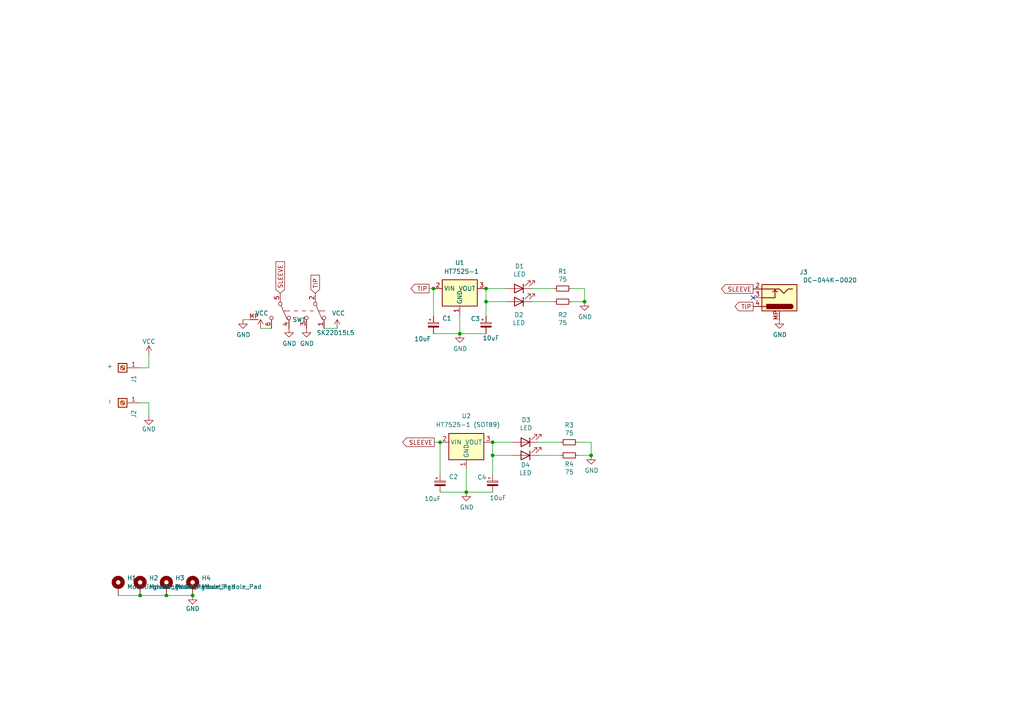
<source format=kicad_sch>
(kicad_sch (version 20230121) (generator eeschema)

  (uuid 80930e43-24a4-4ea1-9738-29ffba51c991)

  (paper "A4")

  (lib_symbols
    (symbol "Connector:Screw_Terminal_01x01" (pin_names (offset 1.016) hide) (in_bom yes) (on_board yes)
      (property "Reference" "J" (at 0 2.54 0)
        (effects (font (size 1.27 1.27)))
      )
      (property "Value" "Screw_Terminal_01x01" (at 0 -2.54 0)
        (effects (font (size 1.27 1.27)))
      )
      (property "Footprint" "" (at 0 0 0)
        (effects (font (size 1.27 1.27)) hide)
      )
      (property "Datasheet" "~" (at 0 0 0)
        (effects (font (size 1.27 1.27)) hide)
      )
      (property "ki_keywords" "screw terminal" (at 0 0 0)
        (effects (font (size 1.27 1.27)) hide)
      )
      (property "ki_description" "Generic screw terminal, single row, 01x01, script generated (kicad-library-utils/schlib/autogen/connector/)" (at 0 0 0)
        (effects (font (size 1.27 1.27)) hide)
      )
      (property "ki_fp_filters" "TerminalBlock*:*" (at 0 0 0)
        (effects (font (size 1.27 1.27)) hide)
      )
      (symbol "Screw_Terminal_01x01_1_1"
        (rectangle (start -1.27 1.27) (end 1.27 -1.27)
          (stroke (width 0.254) (type default))
          (fill (type background))
        )
        (polyline
          (pts
            (xy -0.5334 0.3302)
            (xy 0.3302 -0.508)
          )
          (stroke (width 0.1524) (type default))
          (fill (type none))
        )
        (polyline
          (pts
            (xy -0.3556 0.508)
            (xy 0.508 -0.3302)
          )
          (stroke (width 0.1524) (type default))
          (fill (type none))
        )
        (circle (center 0 0) (radius 0.635)
          (stroke (width 0.1524) (type default))
          (fill (type none))
        )
        (pin passive line (at -5.08 0 0) (length 3.81)
          (name "Pin_1" (effects (font (size 1.27 1.27))))
          (number "1" (effects (font (size 1.27 1.27))))
        )
      )
    )
    (symbol "Device:C_Polarized_Small" (pin_numbers hide) (pin_names (offset 0.254) hide) (in_bom yes) (on_board yes)
      (property "Reference" "C" (at 0.254 1.778 0)
        (effects (font (size 1.27 1.27)) (justify left))
      )
      (property "Value" "C_Polarized_Small" (at 0.254 -2.032 0)
        (effects (font (size 1.27 1.27)) (justify left))
      )
      (property "Footprint" "" (at 0 0 0)
        (effects (font (size 1.27 1.27)) hide)
      )
      (property "Datasheet" "~" (at 0 0 0)
        (effects (font (size 1.27 1.27)) hide)
      )
      (property "ki_keywords" "cap capacitor" (at 0 0 0)
        (effects (font (size 1.27 1.27)) hide)
      )
      (property "ki_description" "Polarized capacitor, small symbol" (at 0 0 0)
        (effects (font (size 1.27 1.27)) hide)
      )
      (property "ki_fp_filters" "CP_*" (at 0 0 0)
        (effects (font (size 1.27 1.27)) hide)
      )
      (symbol "C_Polarized_Small_0_1"
        (rectangle (start -1.524 -0.3048) (end 1.524 -0.6858)
          (stroke (width 0) (type default))
          (fill (type outline))
        )
        (rectangle (start -1.524 0.6858) (end 1.524 0.3048)
          (stroke (width 0) (type default))
          (fill (type none))
        )
        (polyline
          (pts
            (xy -1.27 1.524)
            (xy -0.762 1.524)
          )
          (stroke (width 0) (type default))
          (fill (type none))
        )
        (polyline
          (pts
            (xy -1.016 1.27)
            (xy -1.016 1.778)
          )
          (stroke (width 0) (type default))
          (fill (type none))
        )
      )
      (symbol "C_Polarized_Small_1_1"
        (pin passive line (at 0 2.54 270) (length 1.8542)
          (name "~" (effects (font (size 1.27 1.27))))
          (number "1" (effects (font (size 1.27 1.27))))
        )
        (pin passive line (at 0 -2.54 90) (length 1.8542)
          (name "~" (effects (font (size 1.27 1.27))))
          (number "2" (effects (font (size 1.27 1.27))))
        )
      )
    )
    (symbol "Device:LED" (pin_numbers hide) (pin_names (offset 1.016) hide) (in_bom yes) (on_board yes)
      (property "Reference" "D" (at 0 2.54 0)
        (effects (font (size 1.27 1.27)))
      )
      (property "Value" "LED" (at 0 -2.54 0)
        (effects (font (size 1.27 1.27)))
      )
      (property "Footprint" "" (at 0 0 0)
        (effects (font (size 1.27 1.27)) hide)
      )
      (property "Datasheet" "~" (at 0 0 0)
        (effects (font (size 1.27 1.27)) hide)
      )
      (property "ki_keywords" "LED diode" (at 0 0 0)
        (effects (font (size 1.27 1.27)) hide)
      )
      (property "ki_description" "Light emitting diode" (at 0 0 0)
        (effects (font (size 1.27 1.27)) hide)
      )
      (property "ki_fp_filters" "LED* LED_SMD:* LED_THT:*" (at 0 0 0)
        (effects (font (size 1.27 1.27)) hide)
      )
      (symbol "LED_0_1"
        (polyline
          (pts
            (xy -1.27 -1.27)
            (xy -1.27 1.27)
          )
          (stroke (width 0.254) (type default))
          (fill (type none))
        )
        (polyline
          (pts
            (xy -1.27 0)
            (xy 1.27 0)
          )
          (stroke (width 0) (type default))
          (fill (type none))
        )
        (polyline
          (pts
            (xy 1.27 -1.27)
            (xy 1.27 1.27)
            (xy -1.27 0)
            (xy 1.27 -1.27)
          )
          (stroke (width 0.254) (type default))
          (fill (type none))
        )
        (polyline
          (pts
            (xy -3.048 -0.762)
            (xy -4.572 -2.286)
            (xy -3.81 -2.286)
            (xy -4.572 -2.286)
            (xy -4.572 -1.524)
          )
          (stroke (width 0) (type default))
          (fill (type none))
        )
        (polyline
          (pts
            (xy -1.778 -0.762)
            (xy -3.302 -2.286)
            (xy -2.54 -2.286)
            (xy -3.302 -2.286)
            (xy -3.302 -1.524)
          )
          (stroke (width 0) (type default))
          (fill (type none))
        )
      )
      (symbol "LED_1_1"
        (pin passive line (at -3.81 0 0) (length 2.54)
          (name "K" (effects (font (size 1.27 1.27))))
          (number "1" (effects (font (size 1.27 1.27))))
        )
        (pin passive line (at 3.81 0 180) (length 2.54)
          (name "A" (effects (font (size 1.27 1.27))))
          (number "2" (effects (font (size 1.27 1.27))))
        )
      )
    )
    (symbol "Device:R_Small" (pin_numbers hide) (pin_names (offset 0.254) hide) (in_bom yes) (on_board yes)
      (property "Reference" "R" (at 0.762 0.508 0)
        (effects (font (size 1.27 1.27)) (justify left))
      )
      (property "Value" "R_Small" (at 0.762 -1.016 0)
        (effects (font (size 1.27 1.27)) (justify left))
      )
      (property "Footprint" "" (at 0 0 0)
        (effects (font (size 1.27 1.27)) hide)
      )
      (property "Datasheet" "~" (at 0 0 0)
        (effects (font (size 1.27 1.27)) hide)
      )
      (property "ki_keywords" "R resistor" (at 0 0 0)
        (effects (font (size 1.27 1.27)) hide)
      )
      (property "ki_description" "Resistor, small symbol" (at 0 0 0)
        (effects (font (size 1.27 1.27)) hide)
      )
      (property "ki_fp_filters" "R_*" (at 0 0 0)
        (effects (font (size 1.27 1.27)) hide)
      )
      (symbol "R_Small_0_1"
        (rectangle (start -0.762 1.778) (end 0.762 -1.778)
          (stroke (width 0.2032) (type default))
          (fill (type none))
        )
      )
      (symbol "R_Small_1_1"
        (pin passive line (at 0 2.54 270) (length 0.762)
          (name "~" (effects (font (size 1.27 1.27))))
          (number "1" (effects (font (size 1.27 1.27))))
        )
        (pin passive line (at 0 -2.54 90) (length 0.762)
          (name "~" (effects (font (size 1.27 1.27))))
          (number "2" (effects (font (size 1.27 1.27))))
        )
      )
    )
    (symbol "Mechanical:MountingHole_Pad" (pin_numbers hide) (pin_names (offset 1.016) hide) (in_bom yes) (on_board yes)
      (property "Reference" "H" (at 0 6.35 0)
        (effects (font (size 1.27 1.27)))
      )
      (property "Value" "MountingHole_Pad" (at 0 4.445 0)
        (effects (font (size 1.27 1.27)))
      )
      (property "Footprint" "" (at 0 0 0)
        (effects (font (size 1.27 1.27)) hide)
      )
      (property "Datasheet" "~" (at 0 0 0)
        (effects (font (size 1.27 1.27)) hide)
      )
      (property "ki_keywords" "mounting hole" (at 0 0 0)
        (effects (font (size 1.27 1.27)) hide)
      )
      (property "ki_description" "Mounting Hole with connection" (at 0 0 0)
        (effects (font (size 1.27 1.27)) hide)
      )
      (property "ki_fp_filters" "MountingHole*Pad*" (at 0 0 0)
        (effects (font (size 1.27 1.27)) hide)
      )
      (symbol "MountingHole_Pad_0_1"
        (circle (center 0 1.27) (radius 1.27)
          (stroke (width 1.27) (type default))
          (fill (type none))
        )
      )
      (symbol "MountingHole_Pad_1_1"
        (pin input line (at 0 -2.54 90) (length 2.54)
          (name "1" (effects (font (size 1.27 1.27))))
          (number "1" (effects (font (size 1.27 1.27))))
        )
      )
    )
    (symbol "Regulator_Linear:HT75xx-1-SOT89" (in_bom yes) (on_board yes)
      (property "Reference" "U" (at -5.08 -3.81 0)
        (effects (font (size 1.27 1.27)) (justify left))
      )
      (property "Value" "HT75xx-1-SOT89" (at 0 6.35 0)
        (effects (font (size 1.27 1.27)))
      )
      (property "Footprint" "Package_TO_SOT_SMD:SOT-89-3" (at 0 8.255 0)
        (effects (font (size 1.27 1.27) italic) hide)
      )
      (property "Datasheet" "https://www.holtek.com/documents/10179/116711/HT75xx-1v250.pdf" (at 0 2.54 0)
        (effects (font (size 1.27 1.27)) hide)
      )
      (property "ki_keywords" "100mA LDO Regulator Fixed Positive" (at 0 0 0)
        (effects (font (size 1.27 1.27)) hide)
      )
      (property "ki_description" "100mA Low Dropout Voltage Regulator, Fixed Output, SOT89" (at 0 0 0)
        (effects (font (size 1.27 1.27)) hide)
      )
      (property "ki_fp_filters" "SOT?89*" (at 0 0 0)
        (effects (font (size 1.27 1.27)) hide)
      )
      (symbol "HT75xx-1-SOT89_0_1"
        (rectangle (start -5.08 5.08) (end 5.08 -2.54)
          (stroke (width 0.254) (type default))
          (fill (type background))
        )
      )
      (symbol "HT75xx-1-SOT89_1_1"
        (pin power_in line (at 0 -5.08 90) (length 2.54)
          (name "GND" (effects (font (size 1.27 1.27))))
          (number "1" (effects (font (size 1.27 1.27))))
        )
        (pin power_in line (at -7.62 2.54 0) (length 2.54)
          (name "VIN" (effects (font (size 1.27 1.27))))
          (number "2" (effects (font (size 1.27 1.27))))
        )
        (pin power_out line (at 7.62 2.54 180) (length 2.54)
          (name "VOUT" (effects (font (size 1.27 1.27))))
          (number "3" (effects (font (size 1.27 1.27))))
        )
      )
    )
    (symbol "benchpsu_barreljack_adapter:BarrelJack234_MP" (in_bom yes) (on_board yes)
      (property "Reference" "J3" (at 5.842 1.0668 0)
        (effects (font (size 1.27 1.27)) (justify right))
      )
      (property "Value" "BarrelJack234_MP" (at 5.842 -1.2446 0)
        (effects (font (size 1.27 1.27)) (justify right))
      )
      (property "Footprint" "benchpsu_barreljack_adapter:DC-044K-D020" (at 0 0 0)
        (effects (font (size 1.27 1.27)) hide)
      )
      (property "Datasheet" "~" (at 0 0 0)
        (effects (font (size 1.27 1.27)) hide)
      )
      (symbol "BarrelJack234_MP_0_1"
        (rectangle (start -5.08 10.16) (end 5.08 2.54)
          (stroke (width 0.254) (type default))
          (fill (type background))
        )
        (arc (start -3.302 9.525) (mid -3.9343 8.89) (end -3.302 8.255)
          (stroke (width 0.254) (type default))
          (fill (type none))
        )
        (arc (start -3.302 9.525) (mid -3.9343 8.89) (end -3.302 8.255)
          (stroke (width 0.254) (type default))
          (fill (type outline))
        )
        (polyline
          (pts
            (xy 1.27 4.064)
            (xy 1.905 4.699)
          )
          (stroke (width 0.254) (type default))
          (fill (type none))
        )
        (polyline
          (pts
            (xy 5.08 8.89)
            (xy 3.81 8.89)
          )
          (stroke (width 0.254) (type default))
          (fill (type none))
        )
        (polyline
          (pts
            (xy 5.08 6.35)
            (xy 1.27 6.35)
            (xy 1.27 4.064)
            (xy 0.635 4.699)
          )
          (stroke (width 0.254) (type default))
          (fill (type none))
        )
        (polyline
          (pts
            (xy -3.81 3.81)
            (xy -2.54 3.81)
            (xy -1.27 5.08)
            (xy 0 3.81)
            (xy 2.54 3.81)
            (xy 5.08 3.81)
          )
          (stroke (width 0.254) (type default))
          (fill (type none))
        )
        (rectangle (start 3.683 9.525) (end -3.302 8.255)
          (stroke (width 0.254) (type default))
          (fill (type outline))
        )
      )
      (symbol "BarrelJack234_MP_1_1"
        (pin passive line (at 7.62 3.81 180) (length 2.54)
          (name "~" (effects (font (size 1.27 1.27))))
          (number "2" (effects (font (size 1.27 1.27))))
        )
        (pin passive line (at 7.62 6.35 180) (length 2.54)
          (name "~" (effects (font (size 1.27 1.27))))
          (number "3" (effects (font (size 1.27 1.27))))
        )
        (pin passive line (at 7.62 8.89 180) (length 2.54)
          (name "~" (effects (font (size 1.27 1.27))))
          (number "4" (effects (font (size 1.27 1.27))))
        )
        (pin passive line (at 0 12.7 270) (length 2.54)
          (name "~" (effects (font (size 1.27 1.27))))
          (number "MP" (effects (font (size 1.27 1.27))))
        )
      )
    )
    (symbol "benchpsu_barreljack_adapter:SW_Push_DPDT_MP" (pin_names (offset 0) hide) (in_bom yes) (on_board yes)
      (property "Reference" "SW1" (at -11.43 -12.7 90)
        (effects (font (size 1.27 1.27)) (justify right))
      )
      (property "Value" "SW_Push_DPDT_MP" (at 7.62 -13.97 90)
        (effects (font (size 1.27 1.27)) (justify right))
      )
      (property "Footprint" "benchpsu_barreljack_adapter:SK22D15L5" (at 1.27 13.97 0)
        (effects (font (size 1.27 1.27)) hide)
      )
      (property "Datasheet" "~" (at 0 5.08 0)
        (effects (font (size 1.27 1.27)) hide)
      )
      (property "ki_keywords" "switch dual-pole double-throw spdt ON-ON" (at 0 0 0)
        (effects (font (size 1.27 1.27)) hide)
      )
      (property "ki_description" "Momentary Switch, dual pole double throw" (at 0 0 0)
        (effects (font (size 1.27 1.27)) hide)
      )
      (symbol "SW_Push_DPDT_MP_0_0"
        (circle (center -2.032 -5.08) (radius 0.508)
          (stroke (width 0) (type default))
          (fill (type none))
        )
        (circle (center -2.032 5.08) (radius 0.508)
          (stroke (width 0) (type default))
          (fill (type none))
        )
        (circle (center 2.032 -7.62) (radius 0.508)
          (stroke (width 0) (type default))
          (fill (type none))
        )
        (circle (center 2.032 2.54) (radius 0.508)
          (stroke (width 0) (type default))
          (fill (type none))
        )
      )
      (symbol "SW_Push_DPDT_MP_0_1"
        (polyline
          (pts
            (xy -1.524 -4.826)
            (xy 2.54 -3.048)
          )
          (stroke (width 0) (type default))
          (fill (type none))
        )
        (polyline
          (pts
            (xy -1.524 5.334)
            (xy 2.54 7.112)
          )
          (stroke (width 0) (type default))
          (fill (type none))
        )
        (polyline
          (pts
            (xy 0 -2.286)
            (xy 0 -4.064)
          )
          (stroke (width 0) (type default))
          (fill (type none))
        )
        (polyline
          (pts
            (xy 0 -1.016)
            (xy 0 0)
          )
          (stroke (width 0) (type default))
          (fill (type none))
        )
        (polyline
          (pts
            (xy 0 1.27)
            (xy 0 2.286)
          )
          (stroke (width 0) (type default))
          (fill (type none))
        )
        (polyline
          (pts
            (xy 0 3.556)
            (xy 0 4.572)
          )
          (stroke (width 0) (type default))
          (fill (type none))
        )
        (polyline
          (pts
            (xy 0 7.874)
            (xy 0 6.096)
          )
          (stroke (width 0) (type default))
          (fill (type none))
        )
        (circle (center 2.032 -2.54) (radius 0.508)
          (stroke (width 0) (type default))
          (fill (type none))
        )
        (circle (center 2.032 7.62) (radius 0.508)
          (stroke (width 0) (type default))
          (fill (type none))
        )
      )
      (symbol "SW_Push_DPDT_MP_1_1"
        (pin passive line (at 5.08 7.62 180) (length 2.54)
          (name "A" (effects (font (size 1.27 1.27))))
          (number "1" (effects (font (size 1.27 1.27))))
        )
        (pin passive line (at -5.08 5.08 0) (length 2.54)
          (name "B" (effects (font (size 1.27 1.27))))
          (number "2" (effects (font (size 1.27 1.27))))
        )
        (pin passive line (at 5.08 2.54 180) (length 2.54)
          (name "C" (effects (font (size 1.27 1.27))))
          (number "3" (effects (font (size 1.27 1.27))))
        )
        (pin passive line (at 5.08 -2.54 180) (length 2.54)
          (name "A" (effects (font (size 1.27 1.27))))
          (number "4" (effects (font (size 1.27 1.27))))
        )
        (pin passive line (at -5.08 -5.08 0) (length 2.54)
          (name "B" (effects (font (size 1.27 1.27))))
          (number "5" (effects (font (size 1.27 1.27))))
        )
        (pin passive line (at 5.08 -7.62 180) (length 2.54)
          (name "C" (effects (font (size 1.27 1.27))))
          (number "6" (effects (font (size 1.27 1.27))))
        )
        (pin passive line (at 2.54 -13.97 90) (length 2.54)
          (name "MP" (effects (font (size 1.27 1.27))))
          (number "MP" (effects (font (size 1.27 1.27))))
        )
      )
    )
    (symbol "power:GND" (power) (pin_names (offset 0)) (in_bom yes) (on_board yes)
      (property "Reference" "#PWR" (at 0 -6.35 0)
        (effects (font (size 1.27 1.27)) hide)
      )
      (property "Value" "GND" (at 0 -3.81 0)
        (effects (font (size 1.27 1.27)))
      )
      (property "Footprint" "" (at 0 0 0)
        (effects (font (size 1.27 1.27)) hide)
      )
      (property "Datasheet" "" (at 0 0 0)
        (effects (font (size 1.27 1.27)) hide)
      )
      (property "ki_keywords" "power-flag" (at 0 0 0)
        (effects (font (size 1.27 1.27)) hide)
      )
      (property "ki_description" "Power symbol creates a global label with name \"GND\" , ground" (at 0 0 0)
        (effects (font (size 1.27 1.27)) hide)
      )
      (symbol "GND_0_1"
        (polyline
          (pts
            (xy 0 0)
            (xy 0 -1.27)
            (xy 1.27 -1.27)
            (xy 0 -2.54)
            (xy -1.27 -1.27)
            (xy 0 -1.27)
          )
          (stroke (width 0) (type default))
          (fill (type none))
        )
      )
      (symbol "GND_1_1"
        (pin power_in line (at 0 0 270) (length 0) hide
          (name "GND" (effects (font (size 1.27 1.27))))
          (number "1" (effects (font (size 1.27 1.27))))
        )
      )
    )
    (symbol "power:VCC" (power) (pin_names (offset 0)) (in_bom yes) (on_board yes)
      (property "Reference" "#PWR" (at 0 -3.81 0)
        (effects (font (size 1.27 1.27)) hide)
      )
      (property "Value" "VCC" (at 0 3.81 0)
        (effects (font (size 1.27 1.27)))
      )
      (property "Footprint" "" (at 0 0 0)
        (effects (font (size 1.27 1.27)) hide)
      )
      (property "Datasheet" "" (at 0 0 0)
        (effects (font (size 1.27 1.27)) hide)
      )
      (property "ki_keywords" "power-flag" (at 0 0 0)
        (effects (font (size 1.27 1.27)) hide)
      )
      (property "ki_description" "Power symbol creates a global label with name \"VCC\"" (at 0 0 0)
        (effects (font (size 1.27 1.27)) hide)
      )
      (symbol "VCC_0_1"
        (polyline
          (pts
            (xy -0.762 1.27)
            (xy 0 2.54)
          )
          (stroke (width 0) (type default))
          (fill (type none))
        )
        (polyline
          (pts
            (xy 0 0)
            (xy 0 2.54)
          )
          (stroke (width 0) (type default))
          (fill (type none))
        )
        (polyline
          (pts
            (xy 0 2.54)
            (xy 0.762 1.27)
          )
          (stroke (width 0) (type default))
          (fill (type none))
        )
      )
      (symbol "VCC_1_1"
        (pin power_in line (at 0 0 90) (length 0) hide
          (name "VCC" (effects (font (size 1.27 1.27))))
          (number "1" (effects (font (size 1.27 1.27))))
        )
      )
    )
  )

  (junction (at 142.875 128.27) (diameter 0) (color 0 0 0 0)
    (uuid 00a151a0-a9b1-4e11-bd1c-aa355d4fad19)
  )
  (junction (at 125.73 83.693) (diameter 0) (color 0 0 0 0)
    (uuid 22158489-8b58-42be-b172-9b7be868e200)
  )
  (junction (at 140.97 83.693) (diameter 0) (color 0 0 0 0)
    (uuid 27e91541-1b64-4717-ab80-32b555e06b43)
  )
  (junction (at 140.97 87.503) (diameter 0) (color 0 0 0 0)
    (uuid 40374df6-e7e3-4fc8-a538-ef2a4c7de9d7)
  )
  (junction (at 142.875 132.08) (diameter 0) (color 0 0 0 0)
    (uuid 5b96b22b-5d5d-4f03-ad84-d38245cd88d0)
  )
  (junction (at 171.45 132.08) (diameter 0) (color 0 0 0 0)
    (uuid 648970a8-2c3a-4e81-9bcb-ad36d73339bf)
  )
  (junction (at 55.88 172.72) (diameter 0) (color 0 0 0 0)
    (uuid 926433a5-ea7f-4f1b-9687-070774532133)
  )
  (junction (at 169.545 87.503) (diameter 0) (color 0 0 0 0)
    (uuid a22c6121-e566-424e-8fef-1cb7b114d07b)
  )
  (junction (at 48.26 172.72) (diameter 0) (color 0 0 0 0)
    (uuid c2e904b7-4762-4147-b773-ed758832c37a)
  )
  (junction (at 135.255 142.748) (diameter 0) (color 0 0 0 0)
    (uuid d5217060-f245-4697-96c5-53fffa3ee29d)
  )
  (junction (at 40.64 172.72) (diameter 0) (color 0 0 0 0)
    (uuid e7601bfb-f1de-49af-9096-adaecc78b35d)
  )
  (junction (at 133.35 96.774) (diameter 0) (color 0 0 0 0)
    (uuid f39a1351-9230-4bef-8d72-de61aeff203d)
  )
  (junction (at 127.635 128.27) (diameter 0) (color 0 0 0 0)
    (uuid f641325f-f2b3-4f4f-8f47-a5ebe5aa4002)
  )

  (no_connect (at 218.44 86.36) (uuid 492b10f5-4dd9-46b1-9b71-e84fe21024ee))

  (wire (pts (xy 156.21 132.08) (xy 162.56 132.08))
    (stroke (width 0) (type default))
    (uuid 004f68ed-5960-4bf7-985e-3b9d8f4bdcc1)
  )
  (wire (pts (xy 140.97 87.503) (xy 146.685 87.503))
    (stroke (width 0) (type default))
    (uuid 029608fc-494f-4a09-8d13-7705d27337d0)
  )
  (wire (pts (xy 43.18 102.87) (xy 43.18 106.68))
    (stroke (width 0) (type default))
    (uuid 0cea8fe1-2014-460e-8ebd-a3992231681f)
  )
  (wire (pts (xy 169.545 83.693) (xy 169.545 87.503))
    (stroke (width 0) (type default))
    (uuid 20b2dc67-66c4-4f88-8520-c7ee8a8ff9c8)
  )
  (wire (pts (xy 124.46 83.693) (xy 125.73 83.693))
    (stroke (width 0) (type default))
    (uuid 222b762a-d182-46d3-a280-43011030abd7)
  )
  (wire (pts (xy 142.875 128.27) (xy 148.59 128.27))
    (stroke (width 0) (type default))
    (uuid 29140780-b760-4cc2-98f6-5c1b6dee50fe)
  )
  (wire (pts (xy 167.64 128.27) (xy 171.45 128.27))
    (stroke (width 0) (type default))
    (uuid 3f364880-d8dd-4ad4-ae32-96c4a1b72f8d)
  )
  (wire (pts (xy 140.97 83.693) (xy 140.97 87.503))
    (stroke (width 0) (type default))
    (uuid 429b4a4c-70ad-4059-be1a-3e4d6dcc8bb5)
  )
  (wire (pts (xy 133.35 91.313) (xy 133.35 96.774))
    (stroke (width 0) (type default))
    (uuid 47c819f9-d6db-472c-b434-4aadadbcc2b6)
  )
  (wire (pts (xy 165.735 83.693) (xy 169.545 83.693))
    (stroke (width 0) (type default))
    (uuid 4ef4f088-295a-4c13-8fa3-944dcc6353ca)
  )
  (wire (pts (xy 48.26 172.72) (xy 55.88 172.72))
    (stroke (width 0) (type default))
    (uuid 54326d1d-1976-4994-9840-1220bbdc6269)
  )
  (wire (pts (xy 154.305 87.503) (xy 160.655 87.503))
    (stroke (width 0) (type default))
    (uuid 579bf337-0d01-45f5-970c-23c16b5d04d2)
  )
  (wire (pts (xy 34.29 172.72) (xy 40.64 172.72))
    (stroke (width 0) (type default))
    (uuid 5e7e34ed-cd10-446c-885d-bd3b74417365)
  )
  (wire (pts (xy 93.98 95.25) (xy 97.79 95.25))
    (stroke (width 0) (type default))
    (uuid 6510bf91-fd1d-4ac8-8805-a0128fd34cce)
  )
  (wire (pts (xy 167.64 132.08) (xy 171.45 132.08))
    (stroke (width 0) (type default))
    (uuid 7037a311-7bf0-413f-9147-3264979bac34)
  )
  (wire (pts (xy 125.984 128.27) (xy 127.635 128.27))
    (stroke (width 0) (type default))
    (uuid 79e0e621-48c3-40fe-857d-2071e13a3b79)
  )
  (wire (pts (xy 133.35 96.774) (xy 140.97 96.774))
    (stroke (width 0) (type default))
    (uuid 7d8a1099-c708-4fbf-b20c-0da610328b21)
  )
  (wire (pts (xy 40.64 172.72) (xy 48.26 172.72))
    (stroke (width 0) (type default))
    (uuid 7f69a4cf-b148-40e3-b150-347c2bb8a8e9)
  )
  (wire (pts (xy 43.18 116.84) (xy 43.18 120.65))
    (stroke (width 0) (type default))
    (uuid 8283c6ce-e6d2-4187-b1b6-af8fb74e868f)
  )
  (wire (pts (xy 135.255 142.748) (xy 142.875 142.748))
    (stroke (width 0) (type default))
    (uuid 879f7124-abde-4619-9c21-d158afc52d09)
  )
  (wire (pts (xy 127.635 142.748) (xy 135.255 142.748))
    (stroke (width 0) (type default))
    (uuid 886cdc90-b536-49cf-9b7b-b23177d8759e)
  )
  (wire (pts (xy 140.97 83.693) (xy 146.685 83.693))
    (stroke (width 0) (type default))
    (uuid 89fc4657-cb86-498b-b09c-756d4768e8c0)
  )
  (wire (pts (xy 140.97 87.503) (xy 140.97 91.694))
    (stroke (width 0) (type default))
    (uuid 8b8e981e-9ffd-401d-81f7-392eef7dbb7d)
  )
  (wire (pts (xy 142.875 132.08) (xy 142.875 137.668))
    (stroke (width 0) (type default))
    (uuid 8ba027cd-b6e3-4f30-ad13-e46579b1394e)
  )
  (wire (pts (xy 142.875 128.27) (xy 142.875 132.08))
    (stroke (width 0) (type default))
    (uuid 95fb95a6-80a4-4cb7-8e64-8560f063963d)
  )
  (wire (pts (xy 125.73 83.693) (xy 125.73 91.694))
    (stroke (width 0) (type default))
    (uuid 9d8eef72-36e2-437d-a825-bb184ae5dc1c)
  )
  (wire (pts (xy 171.45 128.27) (xy 171.45 132.08))
    (stroke (width 0) (type default))
    (uuid aff7fa48-9a2b-4a95-b535-115cb90e0f07)
  )
  (wire (pts (xy 70.485 92.71) (xy 72.39 92.71))
    (stroke (width 0) (type default))
    (uuid b7048d5e-b31a-4217-8cb8-53896b96d9ee)
  )
  (wire (pts (xy 40.64 106.68) (xy 43.18 106.68))
    (stroke (width 0) (type default))
    (uuid b8eb9f18-17ad-4cb8-a676-484aa24f86d5)
  )
  (wire (pts (xy 125.73 96.774) (xy 133.35 96.774))
    (stroke (width 0) (type default))
    (uuid c3b01fd4-4030-4f3a-b1c2-cedf1749eaee)
  )
  (wire (pts (xy 75.565 95.25) (xy 78.74 95.25))
    (stroke (width 0) (type default))
    (uuid c454789d-46a3-4abe-bc87-d3f8abacb302)
  )
  (wire (pts (xy 165.735 87.503) (xy 169.545 87.503))
    (stroke (width 0) (type default))
    (uuid cba08118-c18c-4afd-80e0-b7bd8dbea1a4)
  )
  (wire (pts (xy 135.255 135.89) (xy 135.255 142.748))
    (stroke (width 0) (type default))
    (uuid d2eb4b84-1b65-417c-a9b1-dbe625090244)
  )
  (wire (pts (xy 142.875 132.08) (xy 148.59 132.08))
    (stroke (width 0) (type default))
    (uuid d928775a-e96f-426c-a28e-8df9e14457ae)
  )
  (wire (pts (xy 127.635 128.27) (xy 127.635 137.668))
    (stroke (width 0) (type default))
    (uuid da77980d-3a60-469b-94f2-31d24d10ac1f)
  )
  (wire (pts (xy 40.64 116.84) (xy 43.18 116.84))
    (stroke (width 0) (type default))
    (uuid e1e78fd5-6b27-40a3-813b-545f6f8bf500)
  )
  (wire (pts (xy 156.21 128.27) (xy 162.56 128.27))
    (stroke (width 0) (type default))
    (uuid f12d2d7f-f1bf-4e8f-9ef8-383429922879)
  )
  (wire (pts (xy 154.305 83.693) (xy 160.655 83.693))
    (stroke (width 0) (type default))
    (uuid fd9776a4-1c62-442d-8080-15ec17570d3c)
  )

  (global_label "SLEEVE" (shape output) (at 218.44 83.82 180) (fields_autoplaced)
    (effects (font (size 1.27 1.27)) (justify right))
    (uuid 1cdc5e71-e849-41c3-84af-d9c43b4aed57)
    (property "Intersheetrefs" "${INTERSHEET_REFS}" (at 209.3425 83.7406 0)
      (effects (font (size 1.27 1.27)) (justify right) hide)
    )
  )
  (global_label "SLEEVE" (shape input) (at 81.28 85.09 90) (fields_autoplaced)
    (effects (font (size 1.27 1.27)) (justify left))
    (uuid 22ff2479-8f5b-4f78-b451-6edf83640404)
    (property "Intersheetrefs" "${INTERSHEET_REFS}" (at 81.2006 75.9925 90)
      (effects (font (size 1.27 1.27)) (justify left) hide)
    )
  )
  (global_label "TIP" (shape output) (at 218.44 88.9 180) (fields_autoplaced)
    (effects (font (size 1.27 1.27)) (justify right))
    (uuid 2f9d39dc-def6-4669-80e1-d841276eb3b6)
    (property "Intersheetrefs" "${INTERSHEET_REFS}" (at 213.2734 88.9794 0)
      (effects (font (size 1.27 1.27)) (justify right) hide)
    )
  )
  (global_label "SLEEVE" (shape output) (at 125.984 128.27 180) (fields_autoplaced)
    (effects (font (size 1.27 1.27)) (justify right))
    (uuid 8020881a-d961-43f9-b313-43f5be10e0fd)
    (property "Intersheetrefs" "${INTERSHEET_REFS}" (at 116.8865 128.1906 0)
      (effects (font (size 1.27 1.27)) (justify right) hide)
    )
  )
  (global_label "TIP" (shape input) (at 91.44 85.09 90) (fields_autoplaced)
    (effects (font (size 1.27 1.27)) (justify left))
    (uuid c4e03925-270d-4d08-bdc6-db2ba711103f)
    (property "Intersheetrefs" "${INTERSHEET_REFS}" (at 91.3606 79.9234 90)
      (effects (font (size 1.27 1.27)) (justify left) hide)
    )
  )
  (global_label "TIP" (shape output) (at 124.46 83.693 180) (fields_autoplaced)
    (effects (font (size 1.27 1.27)) (justify right))
    (uuid f95f38f5-c588-434f-89f9-20b34ccc080b)
    (property "Intersheetrefs" "${INTERSHEET_REFS}" (at 119.2934 83.7724 0)
      (effects (font (size 1.27 1.27)) (justify right) hide)
    )
  )

  (symbol (lib_id "Device:LED") (at 152.4 132.08 180) (unit 1)
    (in_bom yes) (on_board yes) (dnp no)
    (uuid 0175e0f9-7cde-4b29-9b67-10234b1118c8)
    (property "Reference" "D4" (at 152.4 134.8486 0)
      (effects (font (size 1.27 1.27)))
    )
    (property "Value" "LED" (at 152.4 137.16 0)
      (effects (font (size 1.27 1.27)))
    )
    (property "Footprint" "LED_SMD:LED_1210_3225Metric_Pad1.42x2.65mm_HandSolder" (at 152.4 132.08 0)
      (effects (font (size 1.27 1.27)) hide)
    )
    (property "Datasheet" "~" (at 152.4 132.08 0)
      (effects (font (size 1.27 1.27)) hide)
    )
    (property "Part Number" "XL-3216SURC" (at 152.4 132.08 0)
      (effects (font (size 1.27 1.27)) hide)
    )
    (property "Package" "1206" (at 152.4 132.08 0)
      (effects (font (size 1.27 1.27)) hide)
    )
    (pin "1" (uuid 652c1463-945a-4903-abd6-e8c774e31a85))
    (pin "2" (uuid 5ca20fa5-6bc5-4bf8-b6e4-bd1fdc3ed9b6))
    (instances
      (project "benchpsu_barreljack_adapter"
        (path "/80930e43-24a4-4ea1-9738-29ffba51c991"
          (reference "D4") (unit 1)
        )
      )
    )
  )

  (symbol (lib_id "Connector:Screw_Terminal_01x01") (at 35.56 116.84 180) (unit 1)
    (in_bom yes) (on_board yes) (dnp no)
    (uuid 15e32d57-9120-4b8a-9c8f-e0458ff09fbd)
    (property "Reference" "J2" (at 38.8112 118.872 90)
      (effects (font (size 1.27 1.27)) (justify left))
    )
    (property "Value" "-" (at 31.75 115.57 90)
      (effects (font (size 1.27 1.27)) (justify left))
    )
    (property "Footprint" "benchpsu_barreljack_adapter:8x10pad_stitched" (at 35.56 116.84 0)
      (effects (font (size 1.27 1.27)) hide)
    )
    (property "Datasheet" "~" (at 35.56 116.84 0)
      (effects (font (size 1.27 1.27)) hide)
    )
    (property "Part Number" "24.302.2" (at 35.56 116.84 90)
      (effects (font (size 1.27 1.27)) hide)
    )
    (property "Package" "" (at 35.56 116.84 90)
      (effects (font (size 1.27 1.27)) hide)
    )
    (pin "1" (uuid 026ef03b-dbc6-4bcb-97e0-3ac654f8fd44))
    (instances
      (project "benchpsu_barreljack_adapter"
        (path "/80930e43-24a4-4ea1-9738-29ffba51c991"
          (reference "J2") (unit 1)
        )
      )
    )
  )

  (symbol (lib_id "power:GND") (at 88.9 95.25 0) (unit 1)
    (in_bom yes) (on_board yes) (dnp no)
    (uuid 1b5d10f3-2408-414a-b9b4-1c682284d677)
    (property "Reference" "#PWR0105" (at 88.9 101.6 0)
      (effects (font (size 1.27 1.27)) hide)
    )
    (property "Value" "GND" (at 89.027 99.6442 0)
      (effects (font (size 1.27 1.27)))
    )
    (property "Footprint" "" (at 88.9 95.25 0)
      (effects (font (size 1.27 1.27)) hide)
    )
    (property "Datasheet" "" (at 88.9 95.25 0)
      (effects (font (size 1.27 1.27)) hide)
    )
    (pin "1" (uuid d79a9761-809a-4cfc-99f3-d57f49e450c1))
    (instances
      (project "benchpsu_barreljack_adapter"
        (path "/80930e43-24a4-4ea1-9738-29ffba51c991"
          (reference "#PWR0105") (unit 1)
        )
      )
    )
  )

  (symbol (lib_id "Connector:Screw_Terminal_01x01") (at 35.56 106.68 180) (unit 1)
    (in_bom yes) (on_board yes) (dnp no)
    (uuid 22b3afa3-b69b-44c7-b0ee-c2e79cf16890)
    (property "Reference" "J1" (at 38.8112 108.712 90)
      (effects (font (size 1.27 1.27)) (justify left))
    )
    (property "Value" "+" (at 31.75 105.41 90)
      (effects (font (size 1.27 1.27)) (justify left))
    )
    (property "Footprint" "benchpsu_barreljack_adapter:8x10pad_stitched" (at 35.56 106.68 0)
      (effects (font (size 1.27 1.27)) hide)
    )
    (property "Datasheet" "~" (at 35.56 106.68 0)
      (effects (font (size 1.27 1.27)) hide)
    )
    (property "Part Number" "24.302.1" (at 35.56 106.68 90)
      (effects (font (size 1.27 1.27)) hide)
    )
    (property "Package" "" (at 35.56 106.68 90)
      (effects (font (size 1.27 1.27)) hide)
    )
    (pin "1" (uuid 93eebd2d-e060-48f7-bd21-e9affb575c50))
    (instances
      (project "benchpsu_barreljack_adapter"
        (path "/80930e43-24a4-4ea1-9738-29ffba51c991"
          (reference "J1") (unit 1)
        )
      )
    )
  )

  (symbol (lib_id "benchpsu_barreljack_adapter:BarrelJack234_MP") (at 226.06 80.01 180) (unit 1)
    (in_bom yes) (on_board yes) (dnp no)
    (uuid 2c9fb59f-3c36-4ae2-9ac8-d941d95f592b)
    (property "Reference" "J3" (at 231.902 78.9432 0)
      (effects (font (size 1.27 1.27)) (justify right))
    )
    (property "Value" " DC-044K-D020" (at 231.902 81.2546 0)
      (effects (font (size 1.27 1.27)) (justify right))
    )
    (property "Footprint" "benchpsu_barreljack_adapter:DC-044K-D020" (at 226.06 80.01 0)
      (effects (font (size 1.27 1.27)) hide)
    )
    (property "Datasheet" "~" (at 226.06 80.01 0)
      (effects (font (size 1.27 1.27)) hide)
    )
    (property "Part Number" "DC-044K-D020" (at 226.06 80.01 0)
      (effects (font (size 1.27 1.27)) hide)
    )
    (property "Package" "1206" (at 226.06 80.01 0)
      (effects (font (size 1.27 1.27)) hide)
    )
    (pin "2" (uuid 71668065-77b7-4d87-85ac-48fc443ed795))
    (pin "3" (uuid 188e7709-40a7-4f7b-999f-a7781cc8847a))
    (pin "4" (uuid b694677f-f320-48a4-83b7-27119b502a76))
    (pin "MP" (uuid d5d998f1-1cdf-4087-a8d5-4686f2a1c616))
    (instances
      (project "benchpsu_barreljack_adapter"
        (path "/80930e43-24a4-4ea1-9738-29ffba51c991"
          (reference "J3") (unit 1)
        )
      )
    )
  )

  (symbol (lib_id "power:GND") (at 133.35 96.774 0) (unit 1)
    (in_bom yes) (on_board yes) (dnp no)
    (uuid 31ed859f-e05a-4e57-91c0-b1a5ca0d202d)
    (property "Reference" "#PWR0101" (at 133.35 103.124 0)
      (effects (font (size 1.27 1.27)) hide)
    )
    (property "Value" "GND" (at 133.477 101.1682 0)
      (effects (font (size 1.27 1.27)))
    )
    (property "Footprint" "" (at 133.35 96.774 0)
      (effects (font (size 1.27 1.27)) hide)
    )
    (property "Datasheet" "" (at 133.35 96.774 0)
      (effects (font (size 1.27 1.27)) hide)
    )
    (pin "1" (uuid 89bdaa8b-3b51-4a41-b267-efc087b92624))
    (instances
      (project "benchpsu_barreljack_adapter"
        (path "/80930e43-24a4-4ea1-9738-29ffba51c991"
          (reference "#PWR0101") (unit 1)
        )
      )
    )
  )

  (symbol (lib_id "power:VCC") (at 97.79 95.25 0) (unit 1)
    (in_bom yes) (on_board yes) (dnp no)
    (uuid 324b4023-b7e8-4b29-8654-329c42da0f7f)
    (property "Reference" "#PWR0104" (at 97.79 99.06 0)
      (effects (font (size 1.27 1.27)) hide)
    )
    (property "Value" "VCC" (at 98.171 90.8558 0)
      (effects (font (size 1.27 1.27)))
    )
    (property "Footprint" "" (at 97.79 95.25 0)
      (effects (font (size 1.27 1.27)) hide)
    )
    (property "Datasheet" "" (at 97.79 95.25 0)
      (effects (font (size 1.27 1.27)) hide)
    )
    (pin "1" (uuid 5f6049d0-67c7-4f2d-b50b-5ea5710982d6))
    (instances
      (project "benchpsu_barreljack_adapter"
        (path "/80930e43-24a4-4ea1-9738-29ffba51c991"
          (reference "#PWR0104") (unit 1)
        )
      )
    )
  )

  (symbol (lib_id "Mechanical:MountingHole_Pad") (at 55.88 170.18 0) (unit 1)
    (in_bom no) (on_board yes) (dnp no) (fields_autoplaced)
    (uuid 32e564f1-cd26-4dcb-b20e-8dcfa6dbf8e2)
    (property "Reference" "H4" (at 58.42 167.6399 0)
      (effects (font (size 1.27 1.27)) (justify left))
    )
    (property "Value" "MountingHole_Pad" (at 58.42 170.1799 0)
      (effects (font (size 1.27 1.27)) (justify left))
    )
    (property "Footprint" "MountingHole:MountingHole_3.2mm_M3_DIN965_Pad_TopBottom" (at 55.88 170.18 0)
      (effects (font (size 1.27 1.27)) hide)
    )
    (property "Datasheet" "~" (at 55.88 170.18 0)
      (effects (font (size 1.27 1.27)) hide)
    )
    (pin "1" (uuid 0aa9b213-59a7-4641-ad13-c4fc8f67d8a6))
    (instances
      (project "benchpsu_barreljack_adapter"
        (path "/80930e43-24a4-4ea1-9738-29ffba51c991"
          (reference "H4") (unit 1)
        )
      )
    )
  )

  (symbol (lib_id "power:GND") (at 55.88 172.72 0) (unit 1)
    (in_bom yes) (on_board yes) (dnp no)
    (uuid 39bb2c06-556f-47b1-87c5-7d3f9817d3df)
    (property "Reference" "#PWR0114" (at 55.88 179.07 0)
      (effects (font (size 1.27 1.27)) hide)
    )
    (property "Value" "GND" (at 55.88 176.53 0)
      (effects (font (size 1.27 1.27)))
    )
    (property "Footprint" "" (at 55.88 172.72 0)
      (effects (font (size 1.27 1.27)) hide)
    )
    (property "Datasheet" "" (at 55.88 172.72 0)
      (effects (font (size 1.27 1.27)) hide)
    )
    (pin "1" (uuid f6df10d8-7bcf-4884-bda9-80857401666d))
    (instances
      (project "benchpsu_barreljack_adapter"
        (path "/80930e43-24a4-4ea1-9738-29ffba51c991"
          (reference "#PWR0114") (unit 1)
        )
      )
    )
  )

  (symbol (lib_id "Device:C_Polarized_Small") (at 142.875 140.208 0) (unit 1)
    (in_bom yes) (on_board yes) (dnp no)
    (uuid 40ec0239-bcdc-4a43-aa08-eb1d7bfc4a80)
    (property "Reference" "C4" (at 138.43 138.43 0)
      (effects (font (size 1.27 1.27)) (justify left))
    )
    (property "Value" "10uF" (at 141.986 144.399 0)
      (effects (font (size 1.27 1.27)) (justify left))
    )
    (property "Footprint" "Capacitor_THT:CP_Radial_D4.0mm_P1.50mm" (at 142.875 140.208 0)
      (effects (font (size 1.27 1.27)) hide)
    )
    (property "Datasheet" "~" (at 142.875 140.208 0)
      (effects (font (size 1.27 1.27)) hide)
    )
    (property "Part Number" "SM1061EMB072RB" (at 142.875 140.208 0)
      (effects (font (size 1.27 1.27)) hide)
    )
    (property "Package" "D4.0mm P1.50mm" (at 142.875 140.208 0)
      (effects (font (size 1.27 1.27)) hide)
    )
    (pin "1" (uuid 4f43a399-2ae5-4745-bc86-4d8e3e313232))
    (pin "2" (uuid 51f9cb62-f318-4b0d-a9c7-47760f73b994))
    (instances
      (project "benchpsu_barreljack_adapter"
        (path "/80930e43-24a4-4ea1-9738-29ffba51c991"
          (reference "C4") (unit 1)
        )
      )
    )
  )

  (symbol (lib_id "power:GND") (at 70.485 92.71 0) (unit 1)
    (in_bom yes) (on_board yes) (dnp no)
    (uuid 451a1ef6-e9f5-4d6f-8ffd-4e141a5fe1a2)
    (property "Reference" "#PWR0107" (at 70.485 99.06 0)
      (effects (font (size 1.27 1.27)) hide)
    )
    (property "Value" "GND" (at 70.612 97.1042 0)
      (effects (font (size 1.27 1.27)))
    )
    (property "Footprint" "" (at 70.485 92.71 0)
      (effects (font (size 1.27 1.27)) hide)
    )
    (property "Datasheet" "" (at 70.485 92.71 0)
      (effects (font (size 1.27 1.27)) hide)
    )
    (pin "1" (uuid 6dd248de-4351-49c9-8c3d-fe7c2b27e061))
    (instances
      (project "benchpsu_barreljack_adapter"
        (path "/80930e43-24a4-4ea1-9738-29ffba51c991"
          (reference "#PWR0107") (unit 1)
        )
      )
    )
  )

  (symbol (lib_id "Device:R_Small") (at 163.195 83.693 90) (unit 1)
    (in_bom yes) (on_board yes) (dnp no)
    (uuid 457581a9-939a-42a6-83a8-c40ee09c8767)
    (property "Reference" "R1" (at 163.195 78.7146 90)
      (effects (font (size 1.27 1.27)))
    )
    (property "Value" "75" (at 163.195 81.026 90)
      (effects (font (size 1.27 1.27)))
    )
    (property "Footprint" "Resistor_SMD:R_1206_3216Metric_Pad1.30x1.75mm_HandSolder" (at 163.195 83.693 0)
      (effects (font (size 1.27 1.27)) hide)
    )
    (property "Datasheet" "~" (at 163.195 83.693 0)
      (effects (font (size 1.27 1.27)) hide)
    )
    (property "Part Number" "FRC1206F75R0TS" (at 163.195 83.693 90)
      (effects (font (size 1.27 1.27)) hide)
    )
    (property "Package" "1206" (at 163.195 83.693 90)
      (effects (font (size 1.27 1.27)) hide)
    )
    (pin "1" (uuid ec932537-ad42-494c-bc3c-190c13224b0a))
    (pin "2" (uuid 2d6dfaeb-1e50-46c7-b593-dab19d77e526))
    (instances
      (project "benchpsu_barreljack_adapter"
        (path "/80930e43-24a4-4ea1-9738-29ffba51c991"
          (reference "R1") (unit 1)
        )
      )
    )
  )

  (symbol (lib_id "Device:LED") (at 150.495 83.693 180) (unit 1)
    (in_bom yes) (on_board yes) (dnp no)
    (uuid 4cb4642a-99ad-4b94-89ba-b5262cb6b98f)
    (property "Reference" "D1" (at 150.6728 77.216 0)
      (effects (font (size 1.27 1.27)))
    )
    (property "Value" "LED" (at 150.6728 79.5274 0)
      (effects (font (size 1.27 1.27)))
    )
    (property "Footprint" "LED_SMD:LED_1210_3225Metric_Pad1.42x2.65mm_HandSolder" (at 150.495 83.693 0)
      (effects (font (size 1.27 1.27)) hide)
    )
    (property "Datasheet" "~" (at 150.495 83.693 0)
      (effects (font (size 1.27 1.27)) hide)
    )
    (property "Part Number" "XL-3216SURC" (at 150.495 83.693 0)
      (effects (font (size 1.27 1.27)) hide)
    )
    (property "Package" "1206" (at 150.495 83.693 0)
      (effects (font (size 1.27 1.27)) hide)
    )
    (pin "1" (uuid d709ba13-6c1c-42c0-9cec-c8f0a4178885))
    (pin "2" (uuid 496c74ff-dfee-4d34-ba80-b209f92d10eb))
    (instances
      (project "benchpsu_barreljack_adapter"
        (path "/80930e43-24a4-4ea1-9738-29ffba51c991"
          (reference "D1") (unit 1)
        )
      )
    )
  )

  (symbol (lib_id "Device:LED") (at 150.495 87.503 180) (unit 1)
    (in_bom yes) (on_board yes) (dnp no)
    (uuid 4f7da043-3891-4642-8cbb-49d48b54008a)
    (property "Reference" "D2" (at 150.495 91.313 0)
      (effects (font (size 1.27 1.27)))
    )
    (property "Value" "LED" (at 150.495 93.6244 0)
      (effects (font (size 1.27 1.27)))
    )
    (property "Footprint" "LED_SMD:LED_1210_3225Metric_Pad1.42x2.65mm_HandSolder" (at 150.495 87.503 0)
      (effects (font (size 1.27 1.27)) hide)
    )
    (property "Datasheet" "~" (at 150.495 87.503 0)
      (effects (font (size 1.27 1.27)) hide)
    )
    (property "Part Number" "XL-3216SURC" (at 150.495 87.503 0)
      (effects (font (size 1.27 1.27)) hide)
    )
    (property "Package" "1206" (at 150.495 87.503 0)
      (effects (font (size 1.27 1.27)) hide)
    )
    (pin "1" (uuid 6a23030e-a986-4d8a-859e-fad406235981))
    (pin "2" (uuid 2fb306f1-7037-4a05-a87c-77f367e456a4))
    (instances
      (project "benchpsu_barreljack_adapter"
        (path "/80930e43-24a4-4ea1-9738-29ffba51c991"
          (reference "D2") (unit 1)
        )
      )
    )
  )

  (symbol (lib_id "power:GND") (at 169.545 87.503 0) (unit 1)
    (in_bom yes) (on_board yes) (dnp no)
    (uuid 50270294-0413-41eb-be17-897ab7180693)
    (property "Reference" "#PWR0113" (at 169.545 93.853 0)
      (effects (font (size 1.27 1.27)) hide)
    )
    (property "Value" "GND" (at 169.672 91.8972 0)
      (effects (font (size 1.27 1.27)))
    )
    (property "Footprint" "" (at 169.545 87.503 0)
      (effects (font (size 1.27 1.27)) hide)
    )
    (property "Datasheet" "" (at 169.545 87.503 0)
      (effects (font (size 1.27 1.27)) hide)
    )
    (pin "1" (uuid bea79c99-2509-476d-8c81-a79f33c66a99))
    (instances
      (project "benchpsu_barreljack_adapter"
        (path "/80930e43-24a4-4ea1-9738-29ffba51c991"
          (reference "#PWR0113") (unit 1)
        )
      )
    )
  )

  (symbol (lib_id "power:GND") (at 83.82 95.25 0) (unit 1)
    (in_bom yes) (on_board yes) (dnp no)
    (uuid 51a15e9b-8d17-4cfb-a48a-1686558c9fc9)
    (property "Reference" "#PWR0106" (at 83.82 101.6 0)
      (effects (font (size 1.27 1.27)) hide)
    )
    (property "Value" "GND" (at 83.947 99.6442 0)
      (effects (font (size 1.27 1.27)))
    )
    (property "Footprint" "" (at 83.82 95.25 0)
      (effects (font (size 1.27 1.27)) hide)
    )
    (property "Datasheet" "" (at 83.82 95.25 0)
      (effects (font (size 1.27 1.27)) hide)
    )
    (pin "1" (uuid c942771d-36b5-4e04-a1d2-e71a1c4f201c))
    (instances
      (project "benchpsu_barreljack_adapter"
        (path "/80930e43-24a4-4ea1-9738-29ffba51c991"
          (reference "#PWR0106") (unit 1)
        )
      )
    )
  )

  (symbol (lib_id "power:GND") (at 43.18 120.65 0) (unit 1)
    (in_bom yes) (on_board yes) (dnp no)
    (uuid 643f2649-4ab6-4ec2-a6b8-2145a458211e)
    (property "Reference" "#PWR0111" (at 43.18 127 0)
      (effects (font (size 1.27 1.27)) hide)
    )
    (property "Value" "GND" (at 43.18 124.46 0)
      (effects (font (size 1.27 1.27)))
    )
    (property "Footprint" "" (at 43.18 120.65 0)
      (effects (font (size 1.27 1.27)) hide)
    )
    (property "Datasheet" "" (at 43.18 120.65 0)
      (effects (font (size 1.27 1.27)) hide)
    )
    (pin "1" (uuid 2b313d2d-30f6-4331-aaf6-8e36bcd3bfba))
    (instances
      (project "benchpsu_barreljack_adapter"
        (path "/80930e43-24a4-4ea1-9738-29ffba51c991"
          (reference "#PWR0111") (unit 1)
        )
      )
    )
  )

  (symbol (lib_id "Regulator_Linear:HT75xx-1-SOT89") (at 133.35 86.233 0) (unit 1)
    (in_bom yes) (on_board yes) (dnp no) (fields_autoplaced)
    (uuid 6fd23acb-5576-4bb4-b55e-5803b1185581)
    (property "Reference" "U1" (at 133.35 76.2 0)
      (effects (font (size 1.27 1.27)))
    )
    (property "Value" " HT7525-1" (at 133.35 78.74 0)
      (effects (font (size 1.27 1.27)))
    )
    (property "Footprint" "Package_TO_SOT_THT:TO-92_Inline" (at 133.35 77.978 0)
      (effects (font (size 1.27 1.27) italic) hide)
    )
    (property "Datasheet" "https://www.holtek.com/documents/10179/116711/HT75xx-1v250.pdf" (at 133.35 83.693 0)
      (effects (font (size 1.27 1.27)) hide)
    )
    (property "Part Number" "HT7525-1" (at 133.35 86.233 0)
      (effects (font (size 1.27 1.27)) hide)
    )
    (property "Package" "TO-92" (at 133.35 86.233 0)
      (effects (font (size 1.27 1.27)) hide)
    )
    (pin "1" (uuid c18b5154-f3e1-4932-b481-dca162067533))
    (pin "2" (uuid d98c411b-aab6-4b89-9a9b-4d5c87480c28))
    (pin "3" (uuid d836da14-bcad-49d8-895c-bcbab86a1d71))
    (instances
      (project "benchpsu_barreljack_adapter"
        (path "/80930e43-24a4-4ea1-9738-29ffba51c991"
          (reference "U1") (unit 1)
        )
      )
    )
  )

  (symbol (lib_id "power:GND") (at 135.255 142.748 0) (unit 1)
    (in_bom yes) (on_board yes) (dnp no)
    (uuid 71a9492a-1b73-425d-8a21-ca317a73b3ff)
    (property "Reference" "#PWR0103" (at 135.255 149.098 0)
      (effects (font (size 1.27 1.27)) hide)
    )
    (property "Value" "GND" (at 135.382 147.1422 0)
      (effects (font (size 1.27 1.27)))
    )
    (property "Footprint" "" (at 135.255 142.748 0)
      (effects (font (size 1.27 1.27)) hide)
    )
    (property "Datasheet" "" (at 135.255 142.748 0)
      (effects (font (size 1.27 1.27)) hide)
    )
    (pin "1" (uuid aa5f14de-a291-455d-95d3-54401ae8a1da))
    (instances
      (project "benchpsu_barreljack_adapter"
        (path "/80930e43-24a4-4ea1-9738-29ffba51c991"
          (reference "#PWR0103") (unit 1)
        )
      )
    )
  )

  (symbol (lib_id "Regulator_Linear:HT75xx-1-SOT89") (at 135.255 130.81 0) (unit 1)
    (in_bom yes) (on_board yes) (dnp no) (fields_autoplaced)
    (uuid 72e50e47-198f-4eb2-8a59-6097b8a68a12)
    (property "Reference" "U2" (at 135.255 120.65 0)
      (effects (font (size 1.27 1.27)))
    )
    (property "Value" " HT7525-1 (SOT89)" (at 135.255 123.19 0)
      (effects (font (size 1.27 1.27)))
    )
    (property "Footprint" "Package_TO_SOT_THT:TO-92_Inline" (at 135.255 122.555 0)
      (effects (font (size 1.27 1.27) italic) hide)
    )
    (property "Datasheet" "https://www.holtek.com/documents/10179/116711/HT75xx-1v250.pdf" (at 135.255 128.27 0)
      (effects (font (size 1.27 1.27)) hide)
    )
    (property "Part Number" "HT7525-1" (at 135.255 130.81 0)
      (effects (font (size 1.27 1.27)) hide)
    )
    (property "Package" "TO-92" (at 135.255 130.81 0)
      (effects (font (size 1.27 1.27)) hide)
    )
    (pin "1" (uuid b5ff27af-e732-4193-8f7f-878f918877bc))
    (pin "2" (uuid 2f2bd62e-364a-4df9-aab6-225419c4e643))
    (pin "3" (uuid 2ee03150-15d3-46c9-83e0-b45a250d5327))
    (instances
      (project "benchpsu_barreljack_adapter"
        (path "/80930e43-24a4-4ea1-9738-29ffba51c991"
          (reference "U2") (unit 1)
        )
      )
    )
  )

  (symbol (lib_id "Device:C_Polarized_Small") (at 127.635 140.208 0) (unit 1)
    (in_bom yes) (on_board yes) (dnp no)
    (uuid 7aebe2af-db3c-461b-9a73-70de2ccdfa50)
    (property "Reference" "C2" (at 130.175 138.303 0)
      (effects (font (size 1.27 1.27)) (justify left))
    )
    (property "Value" "10uF" (at 123.063 144.653 0)
      (effects (font (size 1.27 1.27)) (justify left))
    )
    (property "Footprint" "Capacitor_THT:CP_Radial_D4.0mm_P1.50mm" (at 127.635 140.208 0)
      (effects (font (size 1.27 1.27)) hide)
    )
    (property "Datasheet" "~" (at 127.635 140.208 0)
      (effects (font (size 1.27 1.27)) hide)
    )
    (property "Part Number" "SM1061EMB072RB" (at 127.635 140.208 0)
      (effects (font (size 1.27 1.27)) hide)
    )
    (property "Package" "D4.0mm P1.50mm" (at 127.635 140.208 0)
      (effects (font (size 1.27 1.27)) hide)
    )
    (pin "1" (uuid d9601fc2-28d8-4474-9fa3-24874705fb1b))
    (pin "2" (uuid 7f7cf212-e1c9-4dc6-9b3b-e9adc784bfa6))
    (instances
      (project "benchpsu_barreljack_adapter"
        (path "/80930e43-24a4-4ea1-9738-29ffba51c991"
          (reference "C2") (unit 1)
        )
      )
    )
  )

  (symbol (lib_id "Device:C_Polarized_Small") (at 140.97 94.234 0) (unit 1)
    (in_bom yes) (on_board yes) (dnp no)
    (uuid 835ba375-90e0-4fa7-83fc-62c671e0679a)
    (property "Reference" "C3" (at 136.525 92.456 0)
      (effects (font (size 1.27 1.27)) (justify left))
    )
    (property "Value" "10uF" (at 139.954 98.044 0)
      (effects (font (size 1.27 1.27)) (justify left))
    )
    (property "Footprint" "Capacitor_THT:CP_Radial_D4.0mm_P1.50mm" (at 140.97 94.234 0)
      (effects (font (size 1.27 1.27)) hide)
    )
    (property "Datasheet" "~" (at 140.97 94.234 0)
      (effects (font (size 1.27 1.27)) hide)
    )
    (property "Part Number" "SM1061EMB072RB" (at 140.97 94.234 0)
      (effects (font (size 1.27 1.27)) hide)
    )
    (property "Package" "D4.0mm P1.50mm" (at 140.97 94.234 0)
      (effects (font (size 1.27 1.27)) hide)
    )
    (pin "1" (uuid c9e81ef0-e765-40fa-ae4b-895922c6c4b2))
    (pin "2" (uuid b03cc7f0-c89e-462b-8dee-d17a6a2edea6))
    (instances
      (project "benchpsu_barreljack_adapter"
        (path "/80930e43-24a4-4ea1-9738-29ffba51c991"
          (reference "C3") (unit 1)
        )
      )
    )
  )

  (symbol (lib_id "Device:C_Polarized_Small") (at 125.73 94.234 0) (unit 1)
    (in_bom yes) (on_board yes) (dnp no)
    (uuid 94d6b807-93bb-42fb-8d6c-b905e7c3a34d)
    (property "Reference" "C1" (at 128.27 92.329 0)
      (effects (font (size 1.27 1.27)) (justify left))
    )
    (property "Value" "10uF" (at 120.142 98.298 0)
      (effects (font (size 1.27 1.27)) (justify left))
    )
    (property "Footprint" "Capacitor_THT:CP_Radial_D4.0mm_P1.50mm" (at 125.73 94.234 0)
      (effects (font (size 1.27 1.27)) hide)
    )
    (property "Datasheet" "~" (at 125.73 94.234 0)
      (effects (font (size 1.27 1.27)) hide)
    )
    (property "Part Number" "SM1061EMB072RB" (at 125.73 94.234 0)
      (effects (font (size 1.27 1.27)) hide)
    )
    (property "Package" "D4.0mm P1.50mm" (at 125.73 94.234 0)
      (effects (font (size 1.27 1.27)) hide)
    )
    (pin "1" (uuid 3a9d72c6-b71d-4dff-93d1-0ed98fa10511))
    (pin "2" (uuid 1a88cc87-aa25-4003-a37d-6924a62e619a))
    (instances
      (project "benchpsu_barreljack_adapter"
        (path "/80930e43-24a4-4ea1-9738-29ffba51c991"
          (reference "C1") (unit 1)
        )
      )
    )
  )

  (symbol (lib_id "Mechanical:MountingHole_Pad") (at 40.64 170.18 0) (unit 1)
    (in_bom no) (on_board yes) (dnp no) (fields_autoplaced)
    (uuid 9a825985-6322-4f6f-9852-815f32121a6b)
    (property "Reference" "H2" (at 43.18 167.6399 0)
      (effects (font (size 1.27 1.27)) (justify left))
    )
    (property "Value" "MountingHole_Pad" (at 43.18 170.1799 0)
      (effects (font (size 1.27 1.27)) (justify left))
    )
    (property "Footprint" "MountingHole:MountingHole_3.2mm_M3_DIN965_Pad_TopBottom" (at 40.64 170.18 0)
      (effects (font (size 1.27 1.27)) hide)
    )
    (property "Datasheet" "~" (at 40.64 170.18 0)
      (effects (font (size 1.27 1.27)) hide)
    )
    (pin "1" (uuid cc04d3cc-b8f9-400e-b3a2-8202b3e94571))
    (instances
      (project "benchpsu_barreljack_adapter"
        (path "/80930e43-24a4-4ea1-9738-29ffba51c991"
          (reference "H2") (unit 1)
        )
      )
    )
  )

  (symbol (lib_id "Device:LED") (at 152.4 128.27 180) (unit 1)
    (in_bom yes) (on_board yes) (dnp no)
    (uuid 9aaa2588-d7e2-4ed1-9028-19d37b76eead)
    (property "Reference" "D3" (at 152.5778 121.793 0)
      (effects (font (size 1.27 1.27)))
    )
    (property "Value" "LED" (at 152.5778 124.1044 0)
      (effects (font (size 1.27 1.27)))
    )
    (property "Footprint" "LED_SMD:LED_1210_3225Metric_Pad1.42x2.65mm_HandSolder" (at 152.4 128.27 0)
      (effects (font (size 1.27 1.27)) hide)
    )
    (property "Datasheet" "~" (at 152.4 128.27 0)
      (effects (font (size 1.27 1.27)) hide)
    )
    (property "Part Number" "XL-3216SURC" (at 152.4 128.27 0)
      (effects (font (size 1.27 1.27)) hide)
    )
    (property "Package" "1206" (at 152.4 128.27 0)
      (effects (font (size 1.27 1.27)) hide)
    )
    (pin "1" (uuid 22b6670f-2a3b-415e-9bfd-b06b65769451))
    (pin "2" (uuid 4f71e92a-4579-4930-8aff-d5d063c0172b))
    (instances
      (project "benchpsu_barreljack_adapter"
        (path "/80930e43-24a4-4ea1-9738-29ffba51c991"
          (reference "D3") (unit 1)
        )
      )
    )
  )

  (symbol (lib_id "power:GND") (at 171.45 132.08 0) (unit 1)
    (in_bom yes) (on_board yes) (dnp no)
    (uuid 9d7a68f5-ccf7-46f6-a86d-73d924ef66db)
    (property "Reference" "#PWR0102" (at 171.45 138.43 0)
      (effects (font (size 1.27 1.27)) hide)
    )
    (property "Value" "GND" (at 171.577 136.4742 0)
      (effects (font (size 1.27 1.27)))
    )
    (property "Footprint" "" (at 171.45 132.08 0)
      (effects (font (size 1.27 1.27)) hide)
    )
    (property "Datasheet" "" (at 171.45 132.08 0)
      (effects (font (size 1.27 1.27)) hide)
    )
    (pin "1" (uuid eb385f9c-3216-4573-a2db-a43dfbd837cc))
    (instances
      (project "benchpsu_barreljack_adapter"
        (path "/80930e43-24a4-4ea1-9738-29ffba51c991"
          (reference "#PWR0102") (unit 1)
        )
      )
    )
  )

  (symbol (lib_id "power:VCC") (at 43.18 102.87 0) (unit 1)
    (in_bom yes) (on_board yes) (dnp no)
    (uuid 9f5dace7-42a4-47f1-9720-2cc92bf10389)
    (property "Reference" "#PWR0112" (at 43.18 106.68 0)
      (effects (font (size 1.27 1.27)) hide)
    )
    (property "Value" "VCC" (at 43.18 99.06 0)
      (effects (font (size 1.27 1.27)))
    )
    (property "Footprint" "" (at 43.18 102.87 0)
      (effects (font (size 1.27 1.27)) hide)
    )
    (property "Datasheet" "" (at 43.18 102.87 0)
      (effects (font (size 1.27 1.27)) hide)
    )
    (pin "1" (uuid a5bacd92-1499-4ead-b8e0-da2380dc4cf1))
    (instances
      (project "benchpsu_barreljack_adapter"
        (path "/80930e43-24a4-4ea1-9738-29ffba51c991"
          (reference "#PWR0112") (unit 1)
        )
      )
    )
  )

  (symbol (lib_id "power:VCC") (at 75.565 95.25 0) (unit 1)
    (in_bom yes) (on_board yes) (dnp no)
    (uuid aab83673-c4da-4845-a994-331c9b004202)
    (property "Reference" "#PWR0108" (at 75.565 99.06 0)
      (effects (font (size 1.27 1.27)) hide)
    )
    (property "Value" "VCC" (at 75.946 90.8558 0)
      (effects (font (size 1.27 1.27)))
    )
    (property "Footprint" "" (at 75.565 95.25 0)
      (effects (font (size 1.27 1.27)) hide)
    )
    (property "Datasheet" "" (at 75.565 95.25 0)
      (effects (font (size 1.27 1.27)) hide)
    )
    (pin "1" (uuid 47a8d017-af4b-420f-90b8-53d32c0d6803))
    (instances
      (project "benchpsu_barreljack_adapter"
        (path "/80930e43-24a4-4ea1-9738-29ffba51c991"
          (reference "#PWR0108") (unit 1)
        )
      )
    )
  )

  (symbol (lib_id "Device:R_Small") (at 165.1 132.08 90) (unit 1)
    (in_bom yes) (on_board yes) (dnp no)
    (uuid bb20433e-2396-46e2-a3d8-5cb6ace358da)
    (property "Reference" "R4" (at 165.1 134.62 90)
      (effects (font (size 1.27 1.27)))
    )
    (property "Value" "75" (at 165.1 136.9314 90)
      (effects (font (size 1.27 1.27)))
    )
    (property "Footprint" "Resistor_SMD:R_1206_3216Metric_Pad1.30x1.75mm_HandSolder" (at 165.1 132.08 0)
      (effects (font (size 1.27 1.27)) hide)
    )
    (property "Datasheet" "~" (at 165.1 132.08 0)
      (effects (font (size 1.27 1.27)) hide)
    )
    (property "Part Number" "FRC1206F75R0TS" (at 165.1 132.08 90)
      (effects (font (size 1.27 1.27)) hide)
    )
    (property "Package" "1206" (at 165.1 132.08 90)
      (effects (font (size 1.27 1.27)) hide)
    )
    (pin "1" (uuid 7b31751f-fbd1-4ca0-834f-0b14802253c2))
    (pin "2" (uuid dcf78fe2-8ad7-495b-96ed-e71f873a4ffd))
    (instances
      (project "benchpsu_barreljack_adapter"
        (path "/80930e43-24a4-4ea1-9738-29ffba51c991"
          (reference "R4") (unit 1)
        )
      )
    )
  )

  (symbol (lib_id "Mechanical:MountingHole_Pad") (at 34.29 170.18 0) (unit 1)
    (in_bom no) (on_board yes) (dnp no) (fields_autoplaced)
    (uuid c3cc170c-cd95-4211-98da-7e339ae99120)
    (property "Reference" "H1" (at 36.83 167.6399 0)
      (effects (font (size 1.27 1.27)) (justify left))
    )
    (property "Value" "MountingHole_Pad" (at 36.83 170.1799 0)
      (effects (font (size 1.27 1.27)) (justify left))
    )
    (property "Footprint" "MountingHole:MountingHole_3.2mm_M3_DIN965_Pad_TopBottom" (at 34.29 170.18 0)
      (effects (font (size 1.27 1.27)) hide)
    )
    (property "Datasheet" "~" (at 34.29 170.18 0)
      (effects (font (size 1.27 1.27)) hide)
    )
    (pin "1" (uuid f3a2fbb8-c861-445f-bec0-2ab825667a6b))
    (instances
      (project "benchpsu_barreljack_adapter"
        (path "/80930e43-24a4-4ea1-9738-29ffba51c991"
          (reference "H1") (unit 1)
        )
      )
    )
  )

  (symbol (lib_id "Mechanical:MountingHole_Pad") (at 48.26 170.18 0) (unit 1)
    (in_bom no) (on_board yes) (dnp no) (fields_autoplaced)
    (uuid c5a7e9a9-443b-4c89-9b90-4e5c28cb9691)
    (property "Reference" "H3" (at 50.8 167.6399 0)
      (effects (font (size 1.27 1.27)) (justify left))
    )
    (property "Value" "MountingHole_Pad" (at 50.8 170.1799 0)
      (effects (font (size 1.27 1.27)) (justify left))
    )
    (property "Footprint" "MountingHole:MountingHole_3.2mm_M3_DIN965_Pad_TopBottom" (at 48.26 170.18 0)
      (effects (font (size 1.27 1.27)) hide)
    )
    (property "Datasheet" "~" (at 48.26 170.18 0)
      (effects (font (size 1.27 1.27)) hide)
    )
    (pin "1" (uuid f42a833c-96e8-48d9-a90b-f6174fb25544))
    (instances
      (project "benchpsu_barreljack_adapter"
        (path "/80930e43-24a4-4ea1-9738-29ffba51c991"
          (reference "H3") (unit 1)
        )
      )
    )
  )

  (symbol (lib_id "power:GND") (at 226.06 92.71 0) (unit 1)
    (in_bom yes) (on_board yes) (dnp no)
    (uuid d03830a7-2d54-4a86-9585-396fa1d05bd9)
    (property "Reference" "#PWR0109" (at 226.06 99.06 0)
      (effects (font (size 1.27 1.27)) hide)
    )
    (property "Value" "GND" (at 226.187 97.1042 0)
      (effects (font (size 1.27 1.27)))
    )
    (property "Footprint" "" (at 226.06 92.71 0)
      (effects (font (size 1.27 1.27)) hide)
    )
    (property "Datasheet" "" (at 226.06 92.71 0)
      (effects (font (size 1.27 1.27)) hide)
    )
    (pin "1" (uuid d6042a67-0730-4604-828f-6dd70b071059))
    (instances
      (project "benchpsu_barreljack_adapter"
        (path "/80930e43-24a4-4ea1-9738-29ffba51c991"
          (reference "#PWR0109") (unit 1)
        )
      )
    )
  )

  (symbol (lib_id "Device:R_Small") (at 163.195 87.503 90) (unit 1)
    (in_bom yes) (on_board yes) (dnp no)
    (uuid e20f9881-5b68-49dd-891f-b1e43626d419)
    (property "Reference" "R2" (at 163.195 91.313 90)
      (effects (font (size 1.27 1.27)))
    )
    (property "Value" "75" (at 163.195 93.6244 90)
      (effects (font (size 1.27 1.27)))
    )
    (property "Footprint" "Resistor_SMD:R_1206_3216Metric_Pad1.30x1.75mm_HandSolder" (at 163.195 87.503 0)
      (effects (font (size 1.27 1.27)) hide)
    )
    (property "Datasheet" "~" (at 163.195 87.503 0)
      (effects (font (size 1.27 1.27)) hide)
    )
    (property "Part Number" "FRC1206F75R0TS" (at 163.195 87.503 90)
      (effects (font (size 1.27 1.27)) hide)
    )
    (property "Package" "1206" (at 163.195 87.503 90)
      (effects (font (size 1.27 1.27)) hide)
    )
    (pin "1" (uuid d8044871-5d61-42d1-93c1-89579bb7aa91))
    (pin "2" (uuid 0f18e321-ad77-4998-8da3-8eae73ddd7c4))
    (instances
      (project "benchpsu_barreljack_adapter"
        (path "/80930e43-24a4-4ea1-9738-29ffba51c991"
          (reference "R2") (unit 1)
        )
      )
    )
  )

  (symbol (lib_id "Device:R_Small") (at 165.1 128.27 90) (unit 1)
    (in_bom yes) (on_board yes) (dnp no)
    (uuid e255cb5c-93dc-4989-bcc7-b572512e5bd0)
    (property "Reference" "R3" (at 165.1 123.2916 90)
      (effects (font (size 1.27 1.27)))
    )
    (property "Value" "75" (at 165.1 125.603 90)
      (effects (font (size 1.27 1.27)))
    )
    (property "Footprint" "Resistor_SMD:R_1206_3216Metric_Pad1.30x1.75mm_HandSolder" (at 165.1 128.27 0)
      (effects (font (size 1.27 1.27)) hide)
    )
    (property "Datasheet" "~" (at 165.1 128.27 0)
      (effects (font (size 1.27 1.27)) hide)
    )
    (property "Part Number" "FRC1206F75R0TS" (at 165.1 128.27 90)
      (effects (font (size 1.27 1.27)) hide)
    )
    (property "Package" "1206" (at 165.1 128.27 90)
      (effects (font (size 1.27 1.27)) hide)
    )
    (pin "1" (uuid d224bac2-2bd7-427b-8b5f-8aa48865f49d))
    (pin "2" (uuid 474e77c8-7cdd-4696-a703-b1c701723e7b))
    (instances
      (project "benchpsu_barreljack_adapter"
        (path "/80930e43-24a4-4ea1-9738-29ffba51c991"
          (reference "R3") (unit 1)
        )
      )
    )
  )

  (symbol (lib_id "benchpsu_barreljack_adapter:SW_Push_DPDT_MP") (at 86.36 90.17 270) (unit 1)
    (in_bom yes) (on_board yes) (dnp no)
    (uuid f8722ebe-cb34-4bbc-83f7-e7b371014387)
    (property "Reference" "SW1" (at 88.9 92.71 90)
      (effects (font (size 1.27 1.27)) (justify right))
    )
    (property "Value" "SK22D15L5" (at 102.87 96.52 90)
      (effects (font (size 1.27 1.27)) (justify right))
    )
    (property "Footprint" "benchpsu_barreljack_adapter:SK22D15L5" (at 85.09 104.14 0)
      (effects (font (size 1.27 1.27)) hide)
    )
    (property "Datasheet" "~" (at 86.36 95.25 0)
      (effects (font (size 1.27 1.27)) hide)
    )
    (property "Part Number" "SK22D15L5" (at 86.36 90.17 90)
      (effects (font (size 1.27 1.27)) hide)
    )
    (property "Package" "" (at 86.36 90.17 90)
      (effects (font (size 1.27 1.27)) hide)
    )
    (pin "1" (uuid b0383b2b-ad34-4fb9-8d56-fbd78b193a63))
    (pin "2" (uuid 4be1e7b8-2546-49cc-bf29-2328e3b7194a))
    (pin "3" (uuid c49418b3-f223-4389-8174-f29d7226c4cb))
    (pin "4" (uuid b3a1c40f-66f2-4179-b1e8-4237229a7a14))
    (pin "5" (uuid 63607c33-e9d5-41f1-9dea-2609416d7954))
    (pin "6" (uuid a980dd71-901e-4dc8-a3e2-deba4d343cff))
    (pin "MP" (uuid 2274143a-d6c0-469f-845a-58be5a268805))
    (instances
      (project "benchpsu_barreljack_adapter"
        (path "/80930e43-24a4-4ea1-9738-29ffba51c991"
          (reference "SW1") (unit 1)
        )
      )
    )
  )

  (sheet_instances
    (path "/" (page "1"))
  )
)

</source>
